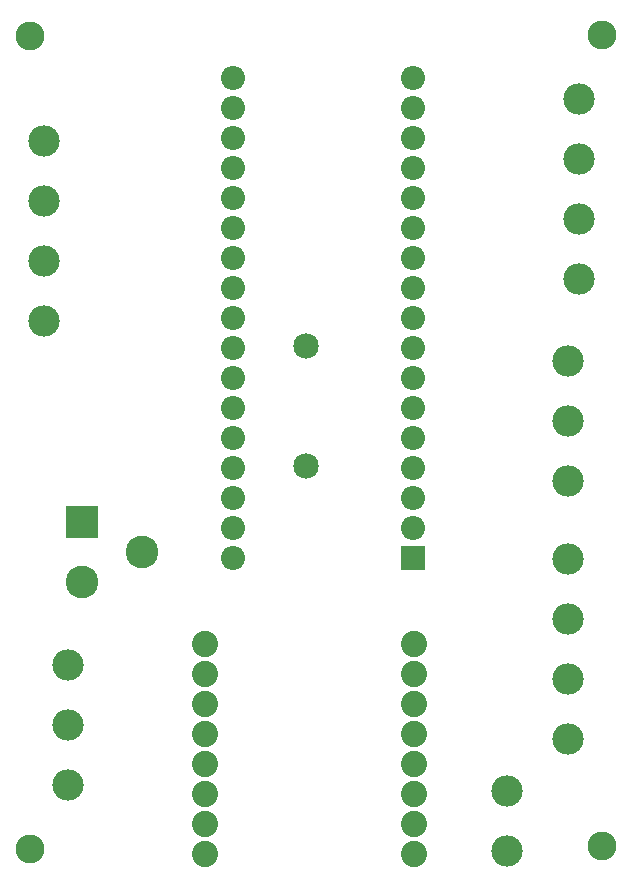
<source format=gbs>
G04 MADE WITH FRITZING*
G04 WWW.FRITZING.ORG*
G04 DOUBLE SIDED*
G04 HOLES PLATED*
G04 CONTOUR ON CENTER OF CONTOUR VECTOR*
%ASAXBY*%
%FSLAX23Y23*%
%MOIN*%
%OFA0B0*%
%SFA1.0B1.0*%
%ADD10C,0.104488*%
%ADD11C,0.085000*%
%ADD12C,0.096614*%
%ADD13C,0.087701*%
%ADD14C,0.080555*%
%ADD15C,0.080583*%
%ADD16C,0.109000*%
%ADD17R,0.080570X0.080542*%
%ADD18R,0.109000X0.109000*%
%LNMASK0*%
G90*
G70*
G54D10*
X239Y714D03*
X239Y514D03*
X239Y314D03*
X1906Y1066D03*
X1906Y866D03*
X1906Y666D03*
X1906Y466D03*
X1703Y294D03*
X1703Y94D03*
X1942Y2601D03*
X1942Y2401D03*
X1942Y2201D03*
X1942Y2001D03*
X157Y1859D03*
X157Y2059D03*
X157Y2259D03*
X157Y2459D03*
G54D11*
X1030Y1776D03*
X1030Y1376D03*
G54D12*
X2018Y108D03*
X2018Y2813D03*
X110Y2810D03*
X110Y101D03*
G54D13*
X694Y784D03*
X694Y684D03*
X694Y584D03*
X694Y484D03*
X694Y384D03*
X694Y284D03*
X694Y184D03*
X694Y84D03*
X1393Y784D03*
X1393Y684D03*
X1393Y584D03*
X1393Y484D03*
X1393Y384D03*
X1393Y284D03*
X1393Y184D03*
X1393Y84D03*
G54D14*
X1387Y1070D03*
X1387Y1170D03*
X1387Y1270D03*
X1387Y1370D03*
X1387Y1470D03*
X1387Y1570D03*
X1387Y1670D03*
X1387Y1770D03*
X1387Y1870D03*
G54D15*
X1387Y1970D03*
X1387Y2070D03*
X1387Y2170D03*
G54D14*
X1387Y2270D03*
X1387Y2370D03*
G54D15*
X1387Y2470D03*
X1387Y2570D03*
X1387Y2670D03*
G54D14*
X787Y1070D03*
X787Y1170D03*
X787Y1270D03*
X787Y1370D03*
X787Y1470D03*
X787Y1570D03*
X787Y1870D03*
G54D15*
X787Y1970D03*
G54D14*
X787Y1770D03*
X787Y1670D03*
G54D15*
X787Y2070D03*
X787Y2170D03*
G54D14*
X787Y2270D03*
X787Y2370D03*
G54D15*
X787Y2470D03*
X787Y2570D03*
X787Y2670D03*
G54D16*
X285Y989D03*
X285Y1189D03*
X485Y1089D03*
G54D10*
X1906Y1726D03*
X1906Y1526D03*
X1906Y1326D03*
G54D17*
X1387Y1070D03*
G54D18*
X285Y1189D03*
G04 End of Mask0*
M02*
</source>
